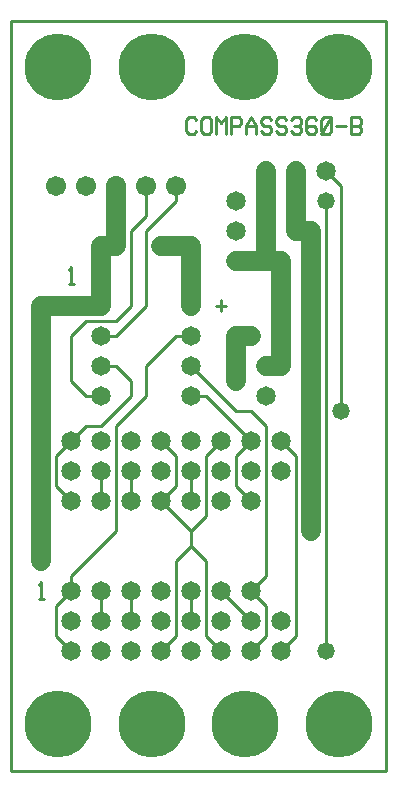
<source format=gtl>
%MOIN*%
%FSLAX25Y25*%
G04 D10 used for Character Trace; *
G04     Circle (OD=.01000) (No hole)*
G04 D11 used for Power Trace; *
G04     Circle (OD=.06700) (No hole)*
G04 D12 used for Signal Trace; *
G04     Circle (OD=.01100) (No hole)*
G04 D13 used for Via; *
G04     Circle (OD=.05800) (Round. Hole ID=.02800)*
G04 D14 used for Component hole; *
G04     Circle (OD=.06500) (Round. Hole ID=.03500)*
G04 D15 used for Component hole; *
G04     Circle (OD=.06700) (Round. Hole ID=.04300)*
G04 D16 used for Component hole; *
G04     Circle (OD=.08100) (Round. Hole ID=.05100)*
G04 D17 used for Component hole; *
G04     Circle (OD=.08900) (Round. Hole ID=.05900)*
G04 D18 used for Component hole; *
G04     Circle (OD=.11300) (Round. Hole ID=.08300)*
G04 D19 used for Component hole; *
G04     Circle (OD=.16000) (Round. Hole ID=.13000)*
G04 D20 used for Component hole; *
G04     Circle (OD=.18300) (Round. Hole ID=.15300)*
G04 D21 used for Component hole; *
G04     Circle (OD=.22291) (Round. Hole ID=.19291)*
%ADD10C,.01000*%
%ADD11C,.06700*%
%ADD12C,.01100*%
%ADD13C,.05800*%
%ADD14C,.06500*%
%ADD15C,.06700*%
%ADD16C,.08100*%
%ADD17C,.08900*%
%ADD18C,.11300*%
%ADD19C,.16000*%
%ADD20C,.18300*%
%ADD21C,.22291*%
%IPPOS*%
%LPD*%
G90*X0Y0D02*D21*X15625Y15625D03*D14*              
X40000Y40000D03*X30000D03*X20000D03*D12*          
X15000Y45000D01*Y55000D01*X20000Y60000D01*D14*D03*
D12*Y65000D01*X35000Y80000D01*Y115000D01*         
X45000Y125000D01*Y135000D01*X55000Y145000D01*     
X60000D01*D14*D03*D10*X68326Y155000D02*X71674D01* 
X70000Y156914D02*Y153086D01*D14*X60000Y155000D03* 
D11*Y175000D01*X50000D01*D14*D03*D12*             
X45000Y155000D02*Y180000D01*X35000Y145000D02*     
X45000Y155000D01*X30000Y145000D02*X35000D01*D14*  
X30000D03*D12*X25000Y150000D02*X35000D01*         
X20000Y145000D02*X25000Y150000D01*                
X20000Y130000D02*Y145000D01*X25000Y125000D02*     
X20000Y130000D01*X25000Y125000D02*X30000D01*D14*  
D03*D12*X40000Y130000D02*X35000Y135000D01*        
X40000Y125000D02*Y130000D01*X30000Y115000D02*     
X40000Y125000D01*X25000Y115000D02*X30000D01*      
X20000Y110000D02*X25000Y115000D01*D14*            
X20000Y110000D03*D12*X15000Y105000D01*Y95000D01*  
X20000Y90000D01*D14*D03*X30000Y100000D03*D12*     
Y90000D01*D14*D03*X40000Y100000D03*D12*Y90000D01* 
D14*D03*X50000Y100000D03*Y90000D03*D12*           
X60000Y80000D01*Y75000D01*X55000Y70000D01*        
Y45000D01*X50000Y40000D01*D14*D03*X60000Y50000D03*
D12*Y60000D01*D14*D03*X70000Y50000D03*X50000D03*  
D12*X65000Y45000D02*Y70000D01*X70000Y40000D02*    
X65000Y45000D01*D14*X70000Y40000D03*              
X80000Y50000D03*D12*X70000Y60000D01*D14*D03*      
X80000D03*D12*X85000Y55000D01*Y45000D01*          
X80000Y40000D01*D14*D03*X90000Y50000D03*Y40000D03*
D12*X95000Y45000D01*Y105000D01*X90000Y110000D01*  
D14*D03*D12*X85000Y65000D02*Y115000D01*           
X80000Y60000D02*X85000Y65000D01*X65000Y70000D02*  
X60000Y75000D01*Y80000D02*X65000Y85000D01*        
Y105000D01*X70000Y110000D01*D14*D03*D12*          
X75000Y95000D02*Y105000D01*X80000Y90000D02*       
X75000Y95000D01*D14*X80000Y90000D03*              
X90000Y100000D03*X70000D03*X80000D03*             
X70000Y90000D03*D12*X75000Y105000D02*             
X80000Y110000D01*D14*D03*D12*X65000Y125000D01*    
X60000D01*D14*D03*Y135000D03*D12*X75000Y120000D01*
X80000D01*X85000Y115000D01*D14*Y125000D03*D13*    
X100000D03*D11*Y80000D01*D13*D03*D14*             
X60000Y40000D03*Y110000D03*Y100000D03*D12*        
Y90000D01*D14*D03*D12*X50000D02*X55000Y95000D01*  
Y105000D01*X50000Y110000D01*D14*D03*X40000D03*    
X30000D03*D12*Y135000D02*X35000D01*D14*X30000D03* 
D12*X35000Y150000D02*X40000Y155000D01*Y180000D01* 
X45000Y185000D01*Y195000D01*D15*D03*D12*          
Y180000D02*X55000Y190000D01*Y195000D01*D15*D03*   
D11*X30000Y175000D02*X35000D01*D14*X30000D03*D11* 
Y155000D01*D14*D03*D11*X10000D01*Y70000D01*D13*   
D03*D10*X9163Y61914D02*X10000Y62871D01*Y57129D01* 
X9163D02*X10837D01*D14*X30000Y50000D03*D12*       
Y60000D01*D14*D03*X40000Y50000D03*D12*Y60000D01*  
D14*D03*X50000D03*X20000Y50000D03*Y100000D03*D21* 
X46875Y15625D03*X78125D03*D12*X0Y0D02*X125000D01* 
Y250000D01*X0D01*Y0D01*D13*X105000Y40000D03*D12*  
Y190000D01*D13*D03*D12*X110000Y120000D02*         
Y195000D01*D13*Y120000D03*D11*X100000Y125000D02*  
Y145000D01*D14*D03*D11*Y180000D01*X95000D01*D13*  
D03*D11*Y200000D01*D14*D03*X105000D03*D12*        
X110000Y195000D01*D11*X75000Y170000D02*X85000D01* 
D14*X75000D03*D11*X85000D02*X90000D01*Y135000D01* 
X85000D01*D14*D03*D11*X75000Y130000D02*Y145000D01*
D14*Y130000D03*X80000Y145000D03*D11*X75000D01*    
X85000Y170000D02*Y200000D01*D14*D03*              
X75000Y190000D03*Y180000D03*D10*X61674Y213086D02* 
X60837Y212129D01*X59163D01*X58326Y213086D01*      
Y216914D01*X59163Y217871D01*X60837D01*            
X61674Y216914D01*X66674Y213086D02*                
X65837Y212129D01*X64163D01*X63326Y213086D01*      
Y216914D01*X64163Y217871D01*X65837D01*            
X66674Y216914D01*Y213086D01*X68326Y212129D02*     
Y217871D01*X70000Y215957D01*X71674Y217871D01*     
Y212129D01*X73326D02*Y217871D01*X75837D01*        
X76674Y216914D01*Y215957D01*X75837Y215000D01*     
X73326D01*X78326Y212129D02*Y215000D01*            
X80000Y217871D01*X81674Y215000D01*Y212129D01*     
X78326Y215000D02*X81674D01*X86674Y216914D02*      
X85837Y217871D01*X84163D01*X83326Y216914D01*      
Y215957D01*X84163Y215000D01*X85837D01*            
X86674Y214043D01*Y213086D01*X85837Y212129D01*     
X84163D01*X83326Y213086D01*X91674Y216914D02*      
X90837Y217871D01*X89163D01*X88326Y216914D01*      
Y215957D01*X89163Y215000D01*X90837D01*            
X91674Y214043D01*Y213086D01*X90837Y212129D01*     
X89163D01*X88326Y213086D01*X93326Y216914D02*      
X94163Y217871D01*X95837D01*X96674Y216914D01*      
Y215957D01*X95837Y215000D01*X94163D01*X95837D02*  
X96674Y214043D01*Y213086D01*X95837Y212129D01*     
X94163D01*X93326Y213086D01*X101674Y216914D02*     
X100837Y217871D01*X99163D01*X98326Y216914D01*     
Y213086D01*X99163Y212129D01*X100837D01*           
X101674Y213086D01*Y214043D01*X100837Y215000D01*   
X99163D01*X98326Y214043D01*X106674Y213086D02*     
X105837Y212129D01*X104163D01*X103326Y213086D01*   
Y216914D01*X104163Y217871D01*X105837D01*          
X106674Y216914D01*Y213086D01*X103326Y212129D02*   
X106674Y217871D01*X108326Y215000D02*X111674D01*   
X113326Y212129D02*Y217871D01*X115837D01*          
X116674Y216914D01*Y215957D01*X115837Y215000D01*   
X116674Y214043D01*Y213086D01*X115837Y212129D01*   
X113326D01*Y215000D02*X115837D01*D21*             
X109375Y234375D03*X78125D03*X46875D03*D15*        
X35000Y195000D03*D11*Y175000D01*D10*              
X19163Y166914D02*X20000Y167871D01*Y162129D01*     
X19163D02*X20837D01*D15*X15000Y195000D03*         
X25000D03*D21*X15625Y234375D03*X109375Y15625D03*  
M02*                                              

</source>
